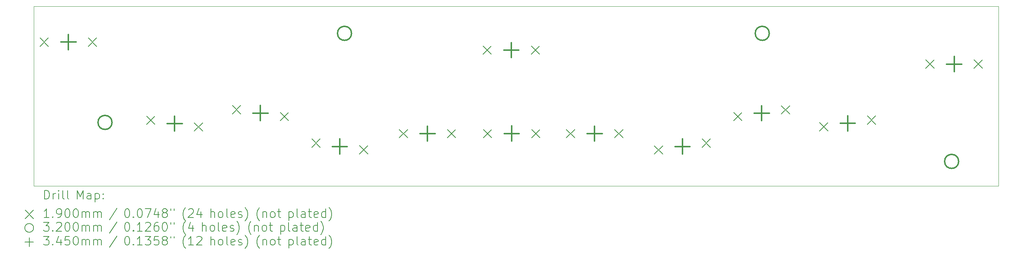
<source format=gbr>
%TF.GenerationSoftware,KiCad,Pcbnew,(7.0.0)*%
%TF.CreationDate,2023-05-23T21:59:02+07:00*%
%TF.ProjectId,top_keyboard_pcb,746f705f-6b65-4796-926f-6172645f7063,rev?*%
%TF.SameCoordinates,Original*%
%TF.FileFunction,Drillmap*%
%TF.FilePolarity,Positive*%
%FSLAX45Y45*%
G04 Gerber Fmt 4.5, Leading zero omitted, Abs format (unit mm)*
G04 Created by KiCad (PCBNEW (7.0.0)) date 2023-05-23 21:59:02*
%MOMM*%
%LPD*%
G01*
G04 APERTURE LIST*
%ADD10C,0.100000*%
%ADD11C,0.200000*%
%ADD12C,0.190000*%
%ADD13C,0.320000*%
%ADD14C,0.345000*%
G04 APERTURE END LIST*
D10*
X4046453Y-6959636D02*
X26042193Y-6959636D01*
X26042193Y-6959636D02*
X26042193Y-11058065D01*
X26042193Y-11058065D02*
X4046453Y-11058065D01*
X4046453Y-11058065D02*
X4046453Y-6959636D01*
D11*
D12*
X4190818Y-7679594D02*
X4380818Y-7869594D01*
X4380818Y-7679594D02*
X4190818Y-7869594D01*
X5290818Y-7679594D02*
X5480818Y-7869594D01*
X5480818Y-7679594D02*
X5290818Y-7869594D01*
X6616933Y-9461495D02*
X6806933Y-9651495D01*
X6806933Y-9461495D02*
X6616933Y-9651495D01*
X7706228Y-9614585D02*
X7896228Y-9804585D01*
X7896228Y-9614585D02*
X7706228Y-9804585D01*
X8575232Y-9222920D02*
X8765232Y-9412920D01*
X8765232Y-9222920D02*
X8575232Y-9412920D01*
X9664527Y-9376011D02*
X9854527Y-9566011D01*
X9854527Y-9376011D02*
X9664527Y-9566011D01*
X10384363Y-9983924D02*
X10574363Y-10173924D01*
X10574363Y-9983924D02*
X10384363Y-10173924D01*
X11473658Y-10137014D02*
X11663658Y-10327014D01*
X11663658Y-10137014D02*
X11473658Y-10327014D01*
X12378405Y-9767008D02*
X12568405Y-9957008D01*
X12568405Y-9767008D02*
X12378405Y-9957008D01*
X13478405Y-9767008D02*
X13668405Y-9957008D01*
X13668405Y-9767008D02*
X13478405Y-9957008D01*
X14288729Y-7862544D02*
X14478729Y-8052544D01*
X14478729Y-7862544D02*
X14288729Y-8052544D01*
X14299000Y-9766000D02*
X14489000Y-9956000D01*
X14489000Y-9766000D02*
X14299000Y-9956000D01*
X15388729Y-7862544D02*
X15578729Y-8052544D01*
X15578729Y-7862544D02*
X15388729Y-8052544D01*
X15399000Y-9766000D02*
X15589000Y-9956000D01*
X15589000Y-9766000D02*
X15399000Y-9956000D01*
X16189929Y-9768287D02*
X16379929Y-9958287D01*
X16379929Y-9768287D02*
X16189929Y-9958287D01*
X17289929Y-9768287D02*
X17479929Y-9958287D01*
X17479929Y-9768287D02*
X17289929Y-9958287D01*
X18197229Y-10138204D02*
X18387229Y-10328204D01*
X18387229Y-10138204D02*
X18197229Y-10328204D01*
X19286524Y-9985113D02*
X19476524Y-10175113D01*
X19476524Y-9985113D02*
X19286524Y-10175113D01*
X20003106Y-9379404D02*
X20193106Y-9569404D01*
X20193106Y-9379404D02*
X20003106Y-9569404D01*
X21092400Y-9226314D02*
X21282400Y-9416314D01*
X21282400Y-9226314D02*
X21092400Y-9416314D01*
X21964718Y-9611352D02*
X22154718Y-9801352D01*
X22154718Y-9611352D02*
X21964718Y-9801352D01*
X23054013Y-9458261D02*
X23244013Y-9648261D01*
X23244013Y-9458261D02*
X23054013Y-9648261D01*
X24386801Y-8180587D02*
X24576801Y-8370587D01*
X24576801Y-8180587D02*
X24386801Y-8370587D01*
X25486801Y-8180587D02*
X25676801Y-8370587D01*
X25676801Y-8180587D02*
X25486801Y-8370587D01*
D13*
X5830000Y-9607000D02*
G75*
G03*
X5830000Y-9607000I-160000J0D01*
G01*
X11291000Y-7575000D02*
G75*
G03*
X11291000Y-7575000I-160000J0D01*
G01*
X20816000Y-7575000D02*
G75*
G03*
X20816000Y-7575000I-160000J0D01*
G01*
X25134000Y-10496000D02*
G75*
G03*
X25134000Y-10496000I-160000J0D01*
G01*
D14*
X4835818Y-7602094D02*
X4835818Y-7947094D01*
X4663318Y-7774594D02*
X5008318Y-7774594D01*
X7256580Y-9460540D02*
X7256580Y-9805540D01*
X7084080Y-9633040D02*
X7429080Y-9633040D01*
X9214879Y-9221966D02*
X9214879Y-9566966D01*
X9042379Y-9394466D02*
X9387379Y-9394466D01*
X11024010Y-9982969D02*
X11024010Y-10327969D01*
X10851510Y-10155469D02*
X11196510Y-10155469D01*
X13023405Y-9689508D02*
X13023405Y-10034508D01*
X12850905Y-9862008D02*
X13195905Y-9862008D01*
X14933729Y-7785044D02*
X14933729Y-8130044D01*
X14761229Y-7957544D02*
X15106229Y-7957544D01*
X14944000Y-9688500D02*
X14944000Y-10033500D01*
X14771500Y-9861000D02*
X15116500Y-9861000D01*
X16834929Y-9690787D02*
X16834929Y-10035787D01*
X16662429Y-9863287D02*
X17007429Y-9863287D01*
X18836877Y-9984159D02*
X18836877Y-10329159D01*
X18664377Y-10156659D02*
X19009377Y-10156659D01*
X20642753Y-9225359D02*
X20642753Y-9570359D01*
X20470253Y-9397859D02*
X20815253Y-9397859D01*
X22604365Y-9457307D02*
X22604365Y-9802307D01*
X22431865Y-9629807D02*
X22776865Y-9629807D01*
X25031801Y-8103087D02*
X25031801Y-8448087D01*
X24859301Y-8275587D02*
X25204301Y-8275587D01*
D11*
X4289072Y-11356541D02*
X4289072Y-11156541D01*
X4289072Y-11156541D02*
X4336691Y-11156541D01*
X4336691Y-11156541D02*
X4365262Y-11166065D01*
X4365262Y-11166065D02*
X4384310Y-11185112D01*
X4384310Y-11185112D02*
X4393834Y-11204160D01*
X4393834Y-11204160D02*
X4403358Y-11242255D01*
X4403358Y-11242255D02*
X4403358Y-11270826D01*
X4403358Y-11270826D02*
X4393834Y-11308922D01*
X4393834Y-11308922D02*
X4384310Y-11327969D01*
X4384310Y-11327969D02*
X4365262Y-11347017D01*
X4365262Y-11347017D02*
X4336691Y-11356541D01*
X4336691Y-11356541D02*
X4289072Y-11356541D01*
X4489072Y-11356541D02*
X4489072Y-11223207D01*
X4489072Y-11261303D02*
X4498596Y-11242255D01*
X4498596Y-11242255D02*
X4508120Y-11232731D01*
X4508120Y-11232731D02*
X4527167Y-11223207D01*
X4527167Y-11223207D02*
X4546215Y-11223207D01*
X4612881Y-11356541D02*
X4612881Y-11223207D01*
X4612881Y-11156541D02*
X4603358Y-11166065D01*
X4603358Y-11166065D02*
X4612881Y-11175588D01*
X4612881Y-11175588D02*
X4622405Y-11166065D01*
X4622405Y-11166065D02*
X4612881Y-11156541D01*
X4612881Y-11156541D02*
X4612881Y-11175588D01*
X4736691Y-11356541D02*
X4717643Y-11347017D01*
X4717643Y-11347017D02*
X4708120Y-11327969D01*
X4708120Y-11327969D02*
X4708120Y-11156541D01*
X4841453Y-11356541D02*
X4822405Y-11347017D01*
X4822405Y-11347017D02*
X4812881Y-11327969D01*
X4812881Y-11327969D02*
X4812881Y-11156541D01*
X5037643Y-11356541D02*
X5037643Y-11156541D01*
X5037643Y-11156541D02*
X5104310Y-11299398D01*
X5104310Y-11299398D02*
X5170977Y-11156541D01*
X5170977Y-11156541D02*
X5170977Y-11356541D01*
X5351929Y-11356541D02*
X5351929Y-11251779D01*
X5351929Y-11251779D02*
X5342405Y-11232731D01*
X5342405Y-11232731D02*
X5323358Y-11223207D01*
X5323358Y-11223207D02*
X5285262Y-11223207D01*
X5285262Y-11223207D02*
X5266215Y-11232731D01*
X5351929Y-11347017D02*
X5332881Y-11356541D01*
X5332881Y-11356541D02*
X5285262Y-11356541D01*
X5285262Y-11356541D02*
X5266215Y-11347017D01*
X5266215Y-11347017D02*
X5256691Y-11327969D01*
X5256691Y-11327969D02*
X5256691Y-11308922D01*
X5256691Y-11308922D02*
X5266215Y-11289874D01*
X5266215Y-11289874D02*
X5285262Y-11280350D01*
X5285262Y-11280350D02*
X5332881Y-11280350D01*
X5332881Y-11280350D02*
X5351929Y-11270826D01*
X5447167Y-11223207D02*
X5447167Y-11423207D01*
X5447167Y-11232731D02*
X5466215Y-11223207D01*
X5466215Y-11223207D02*
X5504310Y-11223207D01*
X5504310Y-11223207D02*
X5523358Y-11232731D01*
X5523358Y-11232731D02*
X5532881Y-11242255D01*
X5532881Y-11242255D02*
X5542405Y-11261303D01*
X5542405Y-11261303D02*
X5542405Y-11318445D01*
X5542405Y-11318445D02*
X5532881Y-11337493D01*
X5532881Y-11337493D02*
X5523358Y-11347017D01*
X5523358Y-11347017D02*
X5504310Y-11356541D01*
X5504310Y-11356541D02*
X5466215Y-11356541D01*
X5466215Y-11356541D02*
X5447167Y-11347017D01*
X5628119Y-11337493D02*
X5637643Y-11347017D01*
X5637643Y-11347017D02*
X5628119Y-11356541D01*
X5628119Y-11356541D02*
X5618596Y-11347017D01*
X5618596Y-11347017D02*
X5628119Y-11337493D01*
X5628119Y-11337493D02*
X5628119Y-11356541D01*
X5628119Y-11232731D02*
X5637643Y-11242255D01*
X5637643Y-11242255D02*
X5628119Y-11251779D01*
X5628119Y-11251779D02*
X5618596Y-11242255D01*
X5618596Y-11242255D02*
X5628119Y-11232731D01*
X5628119Y-11232731D02*
X5628119Y-11251779D01*
D12*
X3851453Y-11608065D02*
X4041453Y-11798065D01*
X4041453Y-11608065D02*
X3851453Y-11798065D01*
D11*
X4393834Y-11776541D02*
X4279548Y-11776541D01*
X4336691Y-11776541D02*
X4336691Y-11576541D01*
X4336691Y-11576541D02*
X4317643Y-11605112D01*
X4317643Y-11605112D02*
X4298596Y-11624160D01*
X4298596Y-11624160D02*
X4279548Y-11633684D01*
X4479548Y-11757493D02*
X4489072Y-11767017D01*
X4489072Y-11767017D02*
X4479548Y-11776541D01*
X4479548Y-11776541D02*
X4470024Y-11767017D01*
X4470024Y-11767017D02*
X4479548Y-11757493D01*
X4479548Y-11757493D02*
X4479548Y-11776541D01*
X4584310Y-11776541D02*
X4622405Y-11776541D01*
X4622405Y-11776541D02*
X4641453Y-11767017D01*
X4641453Y-11767017D02*
X4650977Y-11757493D01*
X4650977Y-11757493D02*
X4670024Y-11728922D01*
X4670024Y-11728922D02*
X4679548Y-11690826D01*
X4679548Y-11690826D02*
X4679548Y-11614636D01*
X4679548Y-11614636D02*
X4670024Y-11595588D01*
X4670024Y-11595588D02*
X4660501Y-11586065D01*
X4660501Y-11586065D02*
X4641453Y-11576541D01*
X4641453Y-11576541D02*
X4603358Y-11576541D01*
X4603358Y-11576541D02*
X4584310Y-11586065D01*
X4584310Y-11586065D02*
X4574786Y-11595588D01*
X4574786Y-11595588D02*
X4565262Y-11614636D01*
X4565262Y-11614636D02*
X4565262Y-11662255D01*
X4565262Y-11662255D02*
X4574786Y-11681303D01*
X4574786Y-11681303D02*
X4584310Y-11690826D01*
X4584310Y-11690826D02*
X4603358Y-11700350D01*
X4603358Y-11700350D02*
X4641453Y-11700350D01*
X4641453Y-11700350D02*
X4660501Y-11690826D01*
X4660501Y-11690826D02*
X4670024Y-11681303D01*
X4670024Y-11681303D02*
X4679548Y-11662255D01*
X4803358Y-11576541D02*
X4822405Y-11576541D01*
X4822405Y-11576541D02*
X4841453Y-11586065D01*
X4841453Y-11586065D02*
X4850977Y-11595588D01*
X4850977Y-11595588D02*
X4860501Y-11614636D01*
X4860501Y-11614636D02*
X4870024Y-11652731D01*
X4870024Y-11652731D02*
X4870024Y-11700350D01*
X4870024Y-11700350D02*
X4860501Y-11738445D01*
X4860501Y-11738445D02*
X4850977Y-11757493D01*
X4850977Y-11757493D02*
X4841453Y-11767017D01*
X4841453Y-11767017D02*
X4822405Y-11776541D01*
X4822405Y-11776541D02*
X4803358Y-11776541D01*
X4803358Y-11776541D02*
X4784310Y-11767017D01*
X4784310Y-11767017D02*
X4774786Y-11757493D01*
X4774786Y-11757493D02*
X4765262Y-11738445D01*
X4765262Y-11738445D02*
X4755739Y-11700350D01*
X4755739Y-11700350D02*
X4755739Y-11652731D01*
X4755739Y-11652731D02*
X4765262Y-11614636D01*
X4765262Y-11614636D02*
X4774786Y-11595588D01*
X4774786Y-11595588D02*
X4784310Y-11586065D01*
X4784310Y-11586065D02*
X4803358Y-11576541D01*
X4993834Y-11576541D02*
X5012882Y-11576541D01*
X5012882Y-11576541D02*
X5031929Y-11586065D01*
X5031929Y-11586065D02*
X5041453Y-11595588D01*
X5041453Y-11595588D02*
X5050977Y-11614636D01*
X5050977Y-11614636D02*
X5060501Y-11652731D01*
X5060501Y-11652731D02*
X5060501Y-11700350D01*
X5060501Y-11700350D02*
X5050977Y-11738445D01*
X5050977Y-11738445D02*
X5041453Y-11757493D01*
X5041453Y-11757493D02*
X5031929Y-11767017D01*
X5031929Y-11767017D02*
X5012882Y-11776541D01*
X5012882Y-11776541D02*
X4993834Y-11776541D01*
X4993834Y-11776541D02*
X4974786Y-11767017D01*
X4974786Y-11767017D02*
X4965262Y-11757493D01*
X4965262Y-11757493D02*
X4955739Y-11738445D01*
X4955739Y-11738445D02*
X4946215Y-11700350D01*
X4946215Y-11700350D02*
X4946215Y-11652731D01*
X4946215Y-11652731D02*
X4955739Y-11614636D01*
X4955739Y-11614636D02*
X4965262Y-11595588D01*
X4965262Y-11595588D02*
X4974786Y-11586065D01*
X4974786Y-11586065D02*
X4993834Y-11576541D01*
X5146215Y-11776541D02*
X5146215Y-11643207D01*
X5146215Y-11662255D02*
X5155739Y-11652731D01*
X5155739Y-11652731D02*
X5174786Y-11643207D01*
X5174786Y-11643207D02*
X5203358Y-11643207D01*
X5203358Y-11643207D02*
X5222405Y-11652731D01*
X5222405Y-11652731D02*
X5231929Y-11671779D01*
X5231929Y-11671779D02*
X5231929Y-11776541D01*
X5231929Y-11671779D02*
X5241453Y-11652731D01*
X5241453Y-11652731D02*
X5260501Y-11643207D01*
X5260501Y-11643207D02*
X5289072Y-11643207D01*
X5289072Y-11643207D02*
X5308120Y-11652731D01*
X5308120Y-11652731D02*
X5317643Y-11671779D01*
X5317643Y-11671779D02*
X5317643Y-11776541D01*
X5412882Y-11776541D02*
X5412882Y-11643207D01*
X5412882Y-11662255D02*
X5422405Y-11652731D01*
X5422405Y-11652731D02*
X5441453Y-11643207D01*
X5441453Y-11643207D02*
X5470024Y-11643207D01*
X5470024Y-11643207D02*
X5489072Y-11652731D01*
X5489072Y-11652731D02*
X5498596Y-11671779D01*
X5498596Y-11671779D02*
X5498596Y-11776541D01*
X5498596Y-11671779D02*
X5508120Y-11652731D01*
X5508120Y-11652731D02*
X5527167Y-11643207D01*
X5527167Y-11643207D02*
X5555739Y-11643207D01*
X5555739Y-11643207D02*
X5574786Y-11652731D01*
X5574786Y-11652731D02*
X5584310Y-11671779D01*
X5584310Y-11671779D02*
X5584310Y-11776541D01*
X5942405Y-11567017D02*
X5770977Y-11824160D01*
X6167167Y-11576541D02*
X6186215Y-11576541D01*
X6186215Y-11576541D02*
X6205262Y-11586065D01*
X6205262Y-11586065D02*
X6214786Y-11595588D01*
X6214786Y-11595588D02*
X6224310Y-11614636D01*
X6224310Y-11614636D02*
X6233834Y-11652731D01*
X6233834Y-11652731D02*
X6233834Y-11700350D01*
X6233834Y-11700350D02*
X6224310Y-11738445D01*
X6224310Y-11738445D02*
X6214786Y-11757493D01*
X6214786Y-11757493D02*
X6205262Y-11767017D01*
X6205262Y-11767017D02*
X6186215Y-11776541D01*
X6186215Y-11776541D02*
X6167167Y-11776541D01*
X6167167Y-11776541D02*
X6148120Y-11767017D01*
X6148120Y-11767017D02*
X6138596Y-11757493D01*
X6138596Y-11757493D02*
X6129072Y-11738445D01*
X6129072Y-11738445D02*
X6119548Y-11700350D01*
X6119548Y-11700350D02*
X6119548Y-11652731D01*
X6119548Y-11652731D02*
X6129072Y-11614636D01*
X6129072Y-11614636D02*
X6138596Y-11595588D01*
X6138596Y-11595588D02*
X6148120Y-11586065D01*
X6148120Y-11586065D02*
X6167167Y-11576541D01*
X6319548Y-11757493D02*
X6329072Y-11767017D01*
X6329072Y-11767017D02*
X6319548Y-11776541D01*
X6319548Y-11776541D02*
X6310024Y-11767017D01*
X6310024Y-11767017D02*
X6319548Y-11757493D01*
X6319548Y-11757493D02*
X6319548Y-11776541D01*
X6452881Y-11576541D02*
X6471929Y-11576541D01*
X6471929Y-11576541D02*
X6490977Y-11586065D01*
X6490977Y-11586065D02*
X6500501Y-11595588D01*
X6500501Y-11595588D02*
X6510024Y-11614636D01*
X6510024Y-11614636D02*
X6519548Y-11652731D01*
X6519548Y-11652731D02*
X6519548Y-11700350D01*
X6519548Y-11700350D02*
X6510024Y-11738445D01*
X6510024Y-11738445D02*
X6500501Y-11757493D01*
X6500501Y-11757493D02*
X6490977Y-11767017D01*
X6490977Y-11767017D02*
X6471929Y-11776541D01*
X6471929Y-11776541D02*
X6452881Y-11776541D01*
X6452881Y-11776541D02*
X6433834Y-11767017D01*
X6433834Y-11767017D02*
X6424310Y-11757493D01*
X6424310Y-11757493D02*
X6414786Y-11738445D01*
X6414786Y-11738445D02*
X6405262Y-11700350D01*
X6405262Y-11700350D02*
X6405262Y-11652731D01*
X6405262Y-11652731D02*
X6414786Y-11614636D01*
X6414786Y-11614636D02*
X6424310Y-11595588D01*
X6424310Y-11595588D02*
X6433834Y-11586065D01*
X6433834Y-11586065D02*
X6452881Y-11576541D01*
X6586215Y-11576541D02*
X6719548Y-11576541D01*
X6719548Y-11576541D02*
X6633834Y-11776541D01*
X6881453Y-11643207D02*
X6881453Y-11776541D01*
X6833834Y-11567017D02*
X6786215Y-11709874D01*
X6786215Y-11709874D02*
X6910024Y-11709874D01*
X7014786Y-11662255D02*
X6995739Y-11652731D01*
X6995739Y-11652731D02*
X6986215Y-11643207D01*
X6986215Y-11643207D02*
X6976691Y-11624160D01*
X6976691Y-11624160D02*
X6976691Y-11614636D01*
X6976691Y-11614636D02*
X6986215Y-11595588D01*
X6986215Y-11595588D02*
X6995739Y-11586065D01*
X6995739Y-11586065D02*
X7014786Y-11576541D01*
X7014786Y-11576541D02*
X7052882Y-11576541D01*
X7052882Y-11576541D02*
X7071929Y-11586065D01*
X7071929Y-11586065D02*
X7081453Y-11595588D01*
X7081453Y-11595588D02*
X7090977Y-11614636D01*
X7090977Y-11614636D02*
X7090977Y-11624160D01*
X7090977Y-11624160D02*
X7081453Y-11643207D01*
X7081453Y-11643207D02*
X7071929Y-11652731D01*
X7071929Y-11652731D02*
X7052882Y-11662255D01*
X7052882Y-11662255D02*
X7014786Y-11662255D01*
X7014786Y-11662255D02*
X6995739Y-11671779D01*
X6995739Y-11671779D02*
X6986215Y-11681303D01*
X6986215Y-11681303D02*
X6976691Y-11700350D01*
X6976691Y-11700350D02*
X6976691Y-11738445D01*
X6976691Y-11738445D02*
X6986215Y-11757493D01*
X6986215Y-11757493D02*
X6995739Y-11767017D01*
X6995739Y-11767017D02*
X7014786Y-11776541D01*
X7014786Y-11776541D02*
X7052882Y-11776541D01*
X7052882Y-11776541D02*
X7071929Y-11767017D01*
X7071929Y-11767017D02*
X7081453Y-11757493D01*
X7081453Y-11757493D02*
X7090977Y-11738445D01*
X7090977Y-11738445D02*
X7090977Y-11700350D01*
X7090977Y-11700350D02*
X7081453Y-11681303D01*
X7081453Y-11681303D02*
X7071929Y-11671779D01*
X7071929Y-11671779D02*
X7052882Y-11662255D01*
X7167167Y-11576541D02*
X7167167Y-11614636D01*
X7243358Y-11576541D02*
X7243358Y-11614636D01*
X7506215Y-11852731D02*
X7496691Y-11843207D01*
X7496691Y-11843207D02*
X7477643Y-11814636D01*
X7477643Y-11814636D02*
X7468120Y-11795588D01*
X7468120Y-11795588D02*
X7458596Y-11767017D01*
X7458596Y-11767017D02*
X7449072Y-11719398D01*
X7449072Y-11719398D02*
X7449072Y-11681303D01*
X7449072Y-11681303D02*
X7458596Y-11633684D01*
X7458596Y-11633684D02*
X7468120Y-11605112D01*
X7468120Y-11605112D02*
X7477643Y-11586065D01*
X7477643Y-11586065D02*
X7496691Y-11557493D01*
X7496691Y-11557493D02*
X7506215Y-11547969D01*
X7572882Y-11595588D02*
X7582405Y-11586065D01*
X7582405Y-11586065D02*
X7601453Y-11576541D01*
X7601453Y-11576541D02*
X7649072Y-11576541D01*
X7649072Y-11576541D02*
X7668120Y-11586065D01*
X7668120Y-11586065D02*
X7677643Y-11595588D01*
X7677643Y-11595588D02*
X7687167Y-11614636D01*
X7687167Y-11614636D02*
X7687167Y-11633684D01*
X7687167Y-11633684D02*
X7677643Y-11662255D01*
X7677643Y-11662255D02*
X7563358Y-11776541D01*
X7563358Y-11776541D02*
X7687167Y-11776541D01*
X7858596Y-11643207D02*
X7858596Y-11776541D01*
X7810977Y-11567017D02*
X7763358Y-11709874D01*
X7763358Y-11709874D02*
X7887167Y-11709874D01*
X8083358Y-11776541D02*
X8083358Y-11576541D01*
X8169072Y-11776541D02*
X8169072Y-11671779D01*
X8169072Y-11671779D02*
X8159548Y-11652731D01*
X8159548Y-11652731D02*
X8140501Y-11643207D01*
X8140501Y-11643207D02*
X8111929Y-11643207D01*
X8111929Y-11643207D02*
X8092882Y-11652731D01*
X8092882Y-11652731D02*
X8083358Y-11662255D01*
X8292882Y-11776541D02*
X8273834Y-11767017D01*
X8273834Y-11767017D02*
X8264310Y-11757493D01*
X8264310Y-11757493D02*
X8254786Y-11738445D01*
X8254786Y-11738445D02*
X8254786Y-11681303D01*
X8254786Y-11681303D02*
X8264310Y-11662255D01*
X8264310Y-11662255D02*
X8273834Y-11652731D01*
X8273834Y-11652731D02*
X8292882Y-11643207D01*
X8292882Y-11643207D02*
X8321453Y-11643207D01*
X8321453Y-11643207D02*
X8340501Y-11652731D01*
X8340501Y-11652731D02*
X8350024Y-11662255D01*
X8350024Y-11662255D02*
X8359548Y-11681303D01*
X8359548Y-11681303D02*
X8359548Y-11738445D01*
X8359548Y-11738445D02*
X8350024Y-11757493D01*
X8350024Y-11757493D02*
X8340501Y-11767017D01*
X8340501Y-11767017D02*
X8321453Y-11776541D01*
X8321453Y-11776541D02*
X8292882Y-11776541D01*
X8473834Y-11776541D02*
X8454786Y-11767017D01*
X8454786Y-11767017D02*
X8445263Y-11747969D01*
X8445263Y-11747969D02*
X8445263Y-11576541D01*
X8626215Y-11767017D02*
X8607167Y-11776541D01*
X8607167Y-11776541D02*
X8569072Y-11776541D01*
X8569072Y-11776541D02*
X8550025Y-11767017D01*
X8550025Y-11767017D02*
X8540501Y-11747969D01*
X8540501Y-11747969D02*
X8540501Y-11671779D01*
X8540501Y-11671779D02*
X8550025Y-11652731D01*
X8550025Y-11652731D02*
X8569072Y-11643207D01*
X8569072Y-11643207D02*
X8607167Y-11643207D01*
X8607167Y-11643207D02*
X8626215Y-11652731D01*
X8626215Y-11652731D02*
X8635739Y-11671779D01*
X8635739Y-11671779D02*
X8635739Y-11690826D01*
X8635739Y-11690826D02*
X8540501Y-11709874D01*
X8711929Y-11767017D02*
X8730977Y-11776541D01*
X8730977Y-11776541D02*
X8769072Y-11776541D01*
X8769072Y-11776541D02*
X8788120Y-11767017D01*
X8788120Y-11767017D02*
X8797644Y-11747969D01*
X8797644Y-11747969D02*
X8797644Y-11738445D01*
X8797644Y-11738445D02*
X8788120Y-11719398D01*
X8788120Y-11719398D02*
X8769072Y-11709874D01*
X8769072Y-11709874D02*
X8740501Y-11709874D01*
X8740501Y-11709874D02*
X8721453Y-11700350D01*
X8721453Y-11700350D02*
X8711929Y-11681303D01*
X8711929Y-11681303D02*
X8711929Y-11671779D01*
X8711929Y-11671779D02*
X8721453Y-11652731D01*
X8721453Y-11652731D02*
X8740501Y-11643207D01*
X8740501Y-11643207D02*
X8769072Y-11643207D01*
X8769072Y-11643207D02*
X8788120Y-11652731D01*
X8864310Y-11852731D02*
X8873834Y-11843207D01*
X8873834Y-11843207D02*
X8892882Y-11814636D01*
X8892882Y-11814636D02*
X8902406Y-11795588D01*
X8902406Y-11795588D02*
X8911929Y-11767017D01*
X8911929Y-11767017D02*
X8921453Y-11719398D01*
X8921453Y-11719398D02*
X8921453Y-11681303D01*
X8921453Y-11681303D02*
X8911929Y-11633684D01*
X8911929Y-11633684D02*
X8902406Y-11605112D01*
X8902406Y-11605112D02*
X8892882Y-11586065D01*
X8892882Y-11586065D02*
X8873834Y-11557493D01*
X8873834Y-11557493D02*
X8864310Y-11547969D01*
X9193834Y-11852731D02*
X9184310Y-11843207D01*
X9184310Y-11843207D02*
X9165263Y-11814636D01*
X9165263Y-11814636D02*
X9155739Y-11795588D01*
X9155739Y-11795588D02*
X9146215Y-11767017D01*
X9146215Y-11767017D02*
X9136691Y-11719398D01*
X9136691Y-11719398D02*
X9136691Y-11681303D01*
X9136691Y-11681303D02*
X9146215Y-11633684D01*
X9146215Y-11633684D02*
X9155739Y-11605112D01*
X9155739Y-11605112D02*
X9165263Y-11586065D01*
X9165263Y-11586065D02*
X9184310Y-11557493D01*
X9184310Y-11557493D02*
X9193834Y-11547969D01*
X9270025Y-11643207D02*
X9270025Y-11776541D01*
X9270025Y-11662255D02*
X9279548Y-11652731D01*
X9279548Y-11652731D02*
X9298596Y-11643207D01*
X9298596Y-11643207D02*
X9327167Y-11643207D01*
X9327167Y-11643207D02*
X9346215Y-11652731D01*
X9346215Y-11652731D02*
X9355739Y-11671779D01*
X9355739Y-11671779D02*
X9355739Y-11776541D01*
X9479548Y-11776541D02*
X9460501Y-11767017D01*
X9460501Y-11767017D02*
X9450977Y-11757493D01*
X9450977Y-11757493D02*
X9441453Y-11738445D01*
X9441453Y-11738445D02*
X9441453Y-11681303D01*
X9441453Y-11681303D02*
X9450977Y-11662255D01*
X9450977Y-11662255D02*
X9460501Y-11652731D01*
X9460501Y-11652731D02*
X9479548Y-11643207D01*
X9479548Y-11643207D02*
X9508120Y-11643207D01*
X9508120Y-11643207D02*
X9527167Y-11652731D01*
X9527167Y-11652731D02*
X9536691Y-11662255D01*
X9536691Y-11662255D02*
X9546215Y-11681303D01*
X9546215Y-11681303D02*
X9546215Y-11738445D01*
X9546215Y-11738445D02*
X9536691Y-11757493D01*
X9536691Y-11757493D02*
X9527167Y-11767017D01*
X9527167Y-11767017D02*
X9508120Y-11776541D01*
X9508120Y-11776541D02*
X9479548Y-11776541D01*
X9603358Y-11643207D02*
X9679548Y-11643207D01*
X9631929Y-11576541D02*
X9631929Y-11747969D01*
X9631929Y-11747969D02*
X9641453Y-11767017D01*
X9641453Y-11767017D02*
X9660501Y-11776541D01*
X9660501Y-11776541D02*
X9679548Y-11776541D01*
X9866215Y-11643207D02*
X9866215Y-11843207D01*
X9866215Y-11652731D02*
X9885263Y-11643207D01*
X9885263Y-11643207D02*
X9923358Y-11643207D01*
X9923358Y-11643207D02*
X9942406Y-11652731D01*
X9942406Y-11652731D02*
X9951929Y-11662255D01*
X9951929Y-11662255D02*
X9961453Y-11681303D01*
X9961453Y-11681303D02*
X9961453Y-11738445D01*
X9961453Y-11738445D02*
X9951929Y-11757493D01*
X9951929Y-11757493D02*
X9942406Y-11767017D01*
X9942406Y-11767017D02*
X9923358Y-11776541D01*
X9923358Y-11776541D02*
X9885263Y-11776541D01*
X9885263Y-11776541D02*
X9866215Y-11767017D01*
X10075739Y-11776541D02*
X10056691Y-11767017D01*
X10056691Y-11767017D02*
X10047167Y-11747969D01*
X10047167Y-11747969D02*
X10047167Y-11576541D01*
X10237644Y-11776541D02*
X10237644Y-11671779D01*
X10237644Y-11671779D02*
X10228120Y-11652731D01*
X10228120Y-11652731D02*
X10209072Y-11643207D01*
X10209072Y-11643207D02*
X10170977Y-11643207D01*
X10170977Y-11643207D02*
X10151929Y-11652731D01*
X10237644Y-11767017D02*
X10218596Y-11776541D01*
X10218596Y-11776541D02*
X10170977Y-11776541D01*
X10170977Y-11776541D02*
X10151929Y-11767017D01*
X10151929Y-11767017D02*
X10142406Y-11747969D01*
X10142406Y-11747969D02*
X10142406Y-11728922D01*
X10142406Y-11728922D02*
X10151929Y-11709874D01*
X10151929Y-11709874D02*
X10170977Y-11700350D01*
X10170977Y-11700350D02*
X10218596Y-11700350D01*
X10218596Y-11700350D02*
X10237644Y-11690826D01*
X10304310Y-11643207D02*
X10380501Y-11643207D01*
X10332882Y-11576541D02*
X10332882Y-11747969D01*
X10332882Y-11747969D02*
X10342406Y-11767017D01*
X10342406Y-11767017D02*
X10361453Y-11776541D01*
X10361453Y-11776541D02*
X10380501Y-11776541D01*
X10523358Y-11767017D02*
X10504310Y-11776541D01*
X10504310Y-11776541D02*
X10466215Y-11776541D01*
X10466215Y-11776541D02*
X10447167Y-11767017D01*
X10447167Y-11767017D02*
X10437644Y-11747969D01*
X10437644Y-11747969D02*
X10437644Y-11671779D01*
X10437644Y-11671779D02*
X10447167Y-11652731D01*
X10447167Y-11652731D02*
X10466215Y-11643207D01*
X10466215Y-11643207D02*
X10504310Y-11643207D01*
X10504310Y-11643207D02*
X10523358Y-11652731D01*
X10523358Y-11652731D02*
X10532882Y-11671779D01*
X10532882Y-11671779D02*
X10532882Y-11690826D01*
X10532882Y-11690826D02*
X10437644Y-11709874D01*
X10704310Y-11776541D02*
X10704310Y-11576541D01*
X10704310Y-11767017D02*
X10685263Y-11776541D01*
X10685263Y-11776541D02*
X10647167Y-11776541D01*
X10647167Y-11776541D02*
X10628120Y-11767017D01*
X10628120Y-11767017D02*
X10618596Y-11757493D01*
X10618596Y-11757493D02*
X10609072Y-11738445D01*
X10609072Y-11738445D02*
X10609072Y-11681303D01*
X10609072Y-11681303D02*
X10618596Y-11662255D01*
X10618596Y-11662255D02*
X10628120Y-11652731D01*
X10628120Y-11652731D02*
X10647167Y-11643207D01*
X10647167Y-11643207D02*
X10685263Y-11643207D01*
X10685263Y-11643207D02*
X10704310Y-11652731D01*
X10780501Y-11852731D02*
X10790025Y-11843207D01*
X10790025Y-11843207D02*
X10809072Y-11814636D01*
X10809072Y-11814636D02*
X10818596Y-11795588D01*
X10818596Y-11795588D02*
X10828120Y-11767017D01*
X10828120Y-11767017D02*
X10837644Y-11719398D01*
X10837644Y-11719398D02*
X10837644Y-11681303D01*
X10837644Y-11681303D02*
X10828120Y-11633684D01*
X10828120Y-11633684D02*
X10818596Y-11605112D01*
X10818596Y-11605112D02*
X10809072Y-11586065D01*
X10809072Y-11586065D02*
X10790025Y-11557493D01*
X10790025Y-11557493D02*
X10780501Y-11547969D01*
X4041453Y-12013065D02*
G75*
G03*
X4041453Y-12013065I-100000J0D01*
G01*
X4270024Y-11886541D02*
X4393834Y-11886541D01*
X4393834Y-11886541D02*
X4327167Y-11962731D01*
X4327167Y-11962731D02*
X4355739Y-11962731D01*
X4355739Y-11962731D02*
X4374786Y-11972255D01*
X4374786Y-11972255D02*
X4384310Y-11981779D01*
X4384310Y-11981779D02*
X4393834Y-12000826D01*
X4393834Y-12000826D02*
X4393834Y-12048445D01*
X4393834Y-12048445D02*
X4384310Y-12067493D01*
X4384310Y-12067493D02*
X4374786Y-12077017D01*
X4374786Y-12077017D02*
X4355739Y-12086541D01*
X4355739Y-12086541D02*
X4298596Y-12086541D01*
X4298596Y-12086541D02*
X4279548Y-12077017D01*
X4279548Y-12077017D02*
X4270024Y-12067493D01*
X4479548Y-12067493D02*
X4489072Y-12077017D01*
X4489072Y-12077017D02*
X4479548Y-12086541D01*
X4479548Y-12086541D02*
X4470024Y-12077017D01*
X4470024Y-12077017D02*
X4479548Y-12067493D01*
X4479548Y-12067493D02*
X4479548Y-12086541D01*
X4565262Y-11905588D02*
X4574786Y-11896065D01*
X4574786Y-11896065D02*
X4593834Y-11886541D01*
X4593834Y-11886541D02*
X4641453Y-11886541D01*
X4641453Y-11886541D02*
X4660501Y-11896065D01*
X4660501Y-11896065D02*
X4670024Y-11905588D01*
X4670024Y-11905588D02*
X4679548Y-11924636D01*
X4679548Y-11924636D02*
X4679548Y-11943684D01*
X4679548Y-11943684D02*
X4670024Y-11972255D01*
X4670024Y-11972255D02*
X4555739Y-12086541D01*
X4555739Y-12086541D02*
X4679548Y-12086541D01*
X4803358Y-11886541D02*
X4822405Y-11886541D01*
X4822405Y-11886541D02*
X4841453Y-11896065D01*
X4841453Y-11896065D02*
X4850977Y-11905588D01*
X4850977Y-11905588D02*
X4860501Y-11924636D01*
X4860501Y-11924636D02*
X4870024Y-11962731D01*
X4870024Y-11962731D02*
X4870024Y-12010350D01*
X4870024Y-12010350D02*
X4860501Y-12048445D01*
X4860501Y-12048445D02*
X4850977Y-12067493D01*
X4850977Y-12067493D02*
X4841453Y-12077017D01*
X4841453Y-12077017D02*
X4822405Y-12086541D01*
X4822405Y-12086541D02*
X4803358Y-12086541D01*
X4803358Y-12086541D02*
X4784310Y-12077017D01*
X4784310Y-12077017D02*
X4774786Y-12067493D01*
X4774786Y-12067493D02*
X4765262Y-12048445D01*
X4765262Y-12048445D02*
X4755739Y-12010350D01*
X4755739Y-12010350D02*
X4755739Y-11962731D01*
X4755739Y-11962731D02*
X4765262Y-11924636D01*
X4765262Y-11924636D02*
X4774786Y-11905588D01*
X4774786Y-11905588D02*
X4784310Y-11896065D01*
X4784310Y-11896065D02*
X4803358Y-11886541D01*
X4993834Y-11886541D02*
X5012882Y-11886541D01*
X5012882Y-11886541D02*
X5031929Y-11896065D01*
X5031929Y-11896065D02*
X5041453Y-11905588D01*
X5041453Y-11905588D02*
X5050977Y-11924636D01*
X5050977Y-11924636D02*
X5060501Y-11962731D01*
X5060501Y-11962731D02*
X5060501Y-12010350D01*
X5060501Y-12010350D02*
X5050977Y-12048445D01*
X5050977Y-12048445D02*
X5041453Y-12067493D01*
X5041453Y-12067493D02*
X5031929Y-12077017D01*
X5031929Y-12077017D02*
X5012882Y-12086541D01*
X5012882Y-12086541D02*
X4993834Y-12086541D01*
X4993834Y-12086541D02*
X4974786Y-12077017D01*
X4974786Y-12077017D02*
X4965262Y-12067493D01*
X4965262Y-12067493D02*
X4955739Y-12048445D01*
X4955739Y-12048445D02*
X4946215Y-12010350D01*
X4946215Y-12010350D02*
X4946215Y-11962731D01*
X4946215Y-11962731D02*
X4955739Y-11924636D01*
X4955739Y-11924636D02*
X4965262Y-11905588D01*
X4965262Y-11905588D02*
X4974786Y-11896065D01*
X4974786Y-11896065D02*
X4993834Y-11886541D01*
X5146215Y-12086541D02*
X5146215Y-11953207D01*
X5146215Y-11972255D02*
X5155739Y-11962731D01*
X5155739Y-11962731D02*
X5174786Y-11953207D01*
X5174786Y-11953207D02*
X5203358Y-11953207D01*
X5203358Y-11953207D02*
X5222405Y-11962731D01*
X5222405Y-11962731D02*
X5231929Y-11981779D01*
X5231929Y-11981779D02*
X5231929Y-12086541D01*
X5231929Y-11981779D02*
X5241453Y-11962731D01*
X5241453Y-11962731D02*
X5260501Y-11953207D01*
X5260501Y-11953207D02*
X5289072Y-11953207D01*
X5289072Y-11953207D02*
X5308120Y-11962731D01*
X5308120Y-11962731D02*
X5317643Y-11981779D01*
X5317643Y-11981779D02*
X5317643Y-12086541D01*
X5412882Y-12086541D02*
X5412882Y-11953207D01*
X5412882Y-11972255D02*
X5422405Y-11962731D01*
X5422405Y-11962731D02*
X5441453Y-11953207D01*
X5441453Y-11953207D02*
X5470024Y-11953207D01*
X5470024Y-11953207D02*
X5489072Y-11962731D01*
X5489072Y-11962731D02*
X5498596Y-11981779D01*
X5498596Y-11981779D02*
X5498596Y-12086541D01*
X5498596Y-11981779D02*
X5508120Y-11962731D01*
X5508120Y-11962731D02*
X5527167Y-11953207D01*
X5527167Y-11953207D02*
X5555739Y-11953207D01*
X5555739Y-11953207D02*
X5574786Y-11962731D01*
X5574786Y-11962731D02*
X5584310Y-11981779D01*
X5584310Y-11981779D02*
X5584310Y-12086541D01*
X5942405Y-11877017D02*
X5770977Y-12134160D01*
X6167167Y-11886541D02*
X6186215Y-11886541D01*
X6186215Y-11886541D02*
X6205262Y-11896065D01*
X6205262Y-11896065D02*
X6214786Y-11905588D01*
X6214786Y-11905588D02*
X6224310Y-11924636D01*
X6224310Y-11924636D02*
X6233834Y-11962731D01*
X6233834Y-11962731D02*
X6233834Y-12010350D01*
X6233834Y-12010350D02*
X6224310Y-12048445D01*
X6224310Y-12048445D02*
X6214786Y-12067493D01*
X6214786Y-12067493D02*
X6205262Y-12077017D01*
X6205262Y-12077017D02*
X6186215Y-12086541D01*
X6186215Y-12086541D02*
X6167167Y-12086541D01*
X6167167Y-12086541D02*
X6148120Y-12077017D01*
X6148120Y-12077017D02*
X6138596Y-12067493D01*
X6138596Y-12067493D02*
X6129072Y-12048445D01*
X6129072Y-12048445D02*
X6119548Y-12010350D01*
X6119548Y-12010350D02*
X6119548Y-11962731D01*
X6119548Y-11962731D02*
X6129072Y-11924636D01*
X6129072Y-11924636D02*
X6138596Y-11905588D01*
X6138596Y-11905588D02*
X6148120Y-11896065D01*
X6148120Y-11896065D02*
X6167167Y-11886541D01*
X6319548Y-12067493D02*
X6329072Y-12077017D01*
X6329072Y-12077017D02*
X6319548Y-12086541D01*
X6319548Y-12086541D02*
X6310024Y-12077017D01*
X6310024Y-12077017D02*
X6319548Y-12067493D01*
X6319548Y-12067493D02*
X6319548Y-12086541D01*
X6519548Y-12086541D02*
X6405262Y-12086541D01*
X6462405Y-12086541D02*
X6462405Y-11886541D01*
X6462405Y-11886541D02*
X6443358Y-11915112D01*
X6443358Y-11915112D02*
X6424310Y-11934160D01*
X6424310Y-11934160D02*
X6405262Y-11943684D01*
X6595739Y-11905588D02*
X6605262Y-11896065D01*
X6605262Y-11896065D02*
X6624310Y-11886541D01*
X6624310Y-11886541D02*
X6671929Y-11886541D01*
X6671929Y-11886541D02*
X6690977Y-11896065D01*
X6690977Y-11896065D02*
X6700501Y-11905588D01*
X6700501Y-11905588D02*
X6710024Y-11924636D01*
X6710024Y-11924636D02*
X6710024Y-11943684D01*
X6710024Y-11943684D02*
X6700501Y-11972255D01*
X6700501Y-11972255D02*
X6586215Y-12086541D01*
X6586215Y-12086541D02*
X6710024Y-12086541D01*
X6881453Y-11886541D02*
X6843358Y-11886541D01*
X6843358Y-11886541D02*
X6824310Y-11896065D01*
X6824310Y-11896065D02*
X6814786Y-11905588D01*
X6814786Y-11905588D02*
X6795739Y-11934160D01*
X6795739Y-11934160D02*
X6786215Y-11972255D01*
X6786215Y-11972255D02*
X6786215Y-12048445D01*
X6786215Y-12048445D02*
X6795739Y-12067493D01*
X6795739Y-12067493D02*
X6805262Y-12077017D01*
X6805262Y-12077017D02*
X6824310Y-12086541D01*
X6824310Y-12086541D02*
X6862405Y-12086541D01*
X6862405Y-12086541D02*
X6881453Y-12077017D01*
X6881453Y-12077017D02*
X6890977Y-12067493D01*
X6890977Y-12067493D02*
X6900501Y-12048445D01*
X6900501Y-12048445D02*
X6900501Y-12000826D01*
X6900501Y-12000826D02*
X6890977Y-11981779D01*
X6890977Y-11981779D02*
X6881453Y-11972255D01*
X6881453Y-11972255D02*
X6862405Y-11962731D01*
X6862405Y-11962731D02*
X6824310Y-11962731D01*
X6824310Y-11962731D02*
X6805262Y-11972255D01*
X6805262Y-11972255D02*
X6795739Y-11981779D01*
X6795739Y-11981779D02*
X6786215Y-12000826D01*
X7024310Y-11886541D02*
X7043358Y-11886541D01*
X7043358Y-11886541D02*
X7062405Y-11896065D01*
X7062405Y-11896065D02*
X7071929Y-11905588D01*
X7071929Y-11905588D02*
X7081453Y-11924636D01*
X7081453Y-11924636D02*
X7090977Y-11962731D01*
X7090977Y-11962731D02*
X7090977Y-12010350D01*
X7090977Y-12010350D02*
X7081453Y-12048445D01*
X7081453Y-12048445D02*
X7071929Y-12067493D01*
X7071929Y-12067493D02*
X7062405Y-12077017D01*
X7062405Y-12077017D02*
X7043358Y-12086541D01*
X7043358Y-12086541D02*
X7024310Y-12086541D01*
X7024310Y-12086541D02*
X7005262Y-12077017D01*
X7005262Y-12077017D02*
X6995739Y-12067493D01*
X6995739Y-12067493D02*
X6986215Y-12048445D01*
X6986215Y-12048445D02*
X6976691Y-12010350D01*
X6976691Y-12010350D02*
X6976691Y-11962731D01*
X6976691Y-11962731D02*
X6986215Y-11924636D01*
X6986215Y-11924636D02*
X6995739Y-11905588D01*
X6995739Y-11905588D02*
X7005262Y-11896065D01*
X7005262Y-11896065D02*
X7024310Y-11886541D01*
X7167167Y-11886541D02*
X7167167Y-11924636D01*
X7243358Y-11886541D02*
X7243358Y-11924636D01*
X7506215Y-12162731D02*
X7496691Y-12153207D01*
X7496691Y-12153207D02*
X7477643Y-12124636D01*
X7477643Y-12124636D02*
X7468120Y-12105588D01*
X7468120Y-12105588D02*
X7458596Y-12077017D01*
X7458596Y-12077017D02*
X7449072Y-12029398D01*
X7449072Y-12029398D02*
X7449072Y-11991303D01*
X7449072Y-11991303D02*
X7458596Y-11943684D01*
X7458596Y-11943684D02*
X7468120Y-11915112D01*
X7468120Y-11915112D02*
X7477643Y-11896065D01*
X7477643Y-11896065D02*
X7496691Y-11867493D01*
X7496691Y-11867493D02*
X7506215Y-11857969D01*
X7668120Y-11953207D02*
X7668120Y-12086541D01*
X7620501Y-11877017D02*
X7572882Y-12019874D01*
X7572882Y-12019874D02*
X7696691Y-12019874D01*
X7892882Y-12086541D02*
X7892882Y-11886541D01*
X7978596Y-12086541D02*
X7978596Y-11981779D01*
X7978596Y-11981779D02*
X7969072Y-11962731D01*
X7969072Y-11962731D02*
X7950024Y-11953207D01*
X7950024Y-11953207D02*
X7921453Y-11953207D01*
X7921453Y-11953207D02*
X7902405Y-11962731D01*
X7902405Y-11962731D02*
X7892882Y-11972255D01*
X8102405Y-12086541D02*
X8083358Y-12077017D01*
X8083358Y-12077017D02*
X8073834Y-12067493D01*
X8073834Y-12067493D02*
X8064310Y-12048445D01*
X8064310Y-12048445D02*
X8064310Y-11991303D01*
X8064310Y-11991303D02*
X8073834Y-11972255D01*
X8073834Y-11972255D02*
X8083358Y-11962731D01*
X8083358Y-11962731D02*
X8102405Y-11953207D01*
X8102405Y-11953207D02*
X8130977Y-11953207D01*
X8130977Y-11953207D02*
X8150024Y-11962731D01*
X8150024Y-11962731D02*
X8159548Y-11972255D01*
X8159548Y-11972255D02*
X8169072Y-11991303D01*
X8169072Y-11991303D02*
X8169072Y-12048445D01*
X8169072Y-12048445D02*
X8159548Y-12067493D01*
X8159548Y-12067493D02*
X8150024Y-12077017D01*
X8150024Y-12077017D02*
X8130977Y-12086541D01*
X8130977Y-12086541D02*
X8102405Y-12086541D01*
X8283358Y-12086541D02*
X8264310Y-12077017D01*
X8264310Y-12077017D02*
X8254786Y-12057969D01*
X8254786Y-12057969D02*
X8254786Y-11886541D01*
X8435739Y-12077017D02*
X8416691Y-12086541D01*
X8416691Y-12086541D02*
X8378596Y-12086541D01*
X8378596Y-12086541D02*
X8359548Y-12077017D01*
X8359548Y-12077017D02*
X8350024Y-12057969D01*
X8350024Y-12057969D02*
X8350024Y-11981779D01*
X8350024Y-11981779D02*
X8359548Y-11962731D01*
X8359548Y-11962731D02*
X8378596Y-11953207D01*
X8378596Y-11953207D02*
X8416691Y-11953207D01*
X8416691Y-11953207D02*
X8435739Y-11962731D01*
X8435739Y-11962731D02*
X8445263Y-11981779D01*
X8445263Y-11981779D02*
X8445263Y-12000826D01*
X8445263Y-12000826D02*
X8350024Y-12019874D01*
X8521453Y-12077017D02*
X8540501Y-12086541D01*
X8540501Y-12086541D02*
X8578596Y-12086541D01*
X8578596Y-12086541D02*
X8597644Y-12077017D01*
X8597644Y-12077017D02*
X8607167Y-12057969D01*
X8607167Y-12057969D02*
X8607167Y-12048445D01*
X8607167Y-12048445D02*
X8597644Y-12029398D01*
X8597644Y-12029398D02*
X8578596Y-12019874D01*
X8578596Y-12019874D02*
X8550025Y-12019874D01*
X8550025Y-12019874D02*
X8530977Y-12010350D01*
X8530977Y-12010350D02*
X8521453Y-11991303D01*
X8521453Y-11991303D02*
X8521453Y-11981779D01*
X8521453Y-11981779D02*
X8530977Y-11962731D01*
X8530977Y-11962731D02*
X8550025Y-11953207D01*
X8550025Y-11953207D02*
X8578596Y-11953207D01*
X8578596Y-11953207D02*
X8597644Y-11962731D01*
X8673834Y-12162731D02*
X8683358Y-12153207D01*
X8683358Y-12153207D02*
X8702406Y-12124636D01*
X8702406Y-12124636D02*
X8711929Y-12105588D01*
X8711929Y-12105588D02*
X8721453Y-12077017D01*
X8721453Y-12077017D02*
X8730977Y-12029398D01*
X8730977Y-12029398D02*
X8730977Y-11991303D01*
X8730977Y-11991303D02*
X8721453Y-11943684D01*
X8721453Y-11943684D02*
X8711929Y-11915112D01*
X8711929Y-11915112D02*
X8702406Y-11896065D01*
X8702406Y-11896065D02*
X8683358Y-11867493D01*
X8683358Y-11867493D02*
X8673834Y-11857969D01*
X9003358Y-12162731D02*
X8993834Y-12153207D01*
X8993834Y-12153207D02*
X8974786Y-12124636D01*
X8974786Y-12124636D02*
X8965263Y-12105588D01*
X8965263Y-12105588D02*
X8955739Y-12077017D01*
X8955739Y-12077017D02*
X8946215Y-12029398D01*
X8946215Y-12029398D02*
X8946215Y-11991303D01*
X8946215Y-11991303D02*
X8955739Y-11943684D01*
X8955739Y-11943684D02*
X8965263Y-11915112D01*
X8965263Y-11915112D02*
X8974786Y-11896065D01*
X8974786Y-11896065D02*
X8993834Y-11867493D01*
X8993834Y-11867493D02*
X9003358Y-11857969D01*
X9079548Y-11953207D02*
X9079548Y-12086541D01*
X9079548Y-11972255D02*
X9089072Y-11962731D01*
X9089072Y-11962731D02*
X9108120Y-11953207D01*
X9108120Y-11953207D02*
X9136691Y-11953207D01*
X9136691Y-11953207D02*
X9155739Y-11962731D01*
X9155739Y-11962731D02*
X9165263Y-11981779D01*
X9165263Y-11981779D02*
X9165263Y-12086541D01*
X9289072Y-12086541D02*
X9270025Y-12077017D01*
X9270025Y-12077017D02*
X9260501Y-12067493D01*
X9260501Y-12067493D02*
X9250977Y-12048445D01*
X9250977Y-12048445D02*
X9250977Y-11991303D01*
X9250977Y-11991303D02*
X9260501Y-11972255D01*
X9260501Y-11972255D02*
X9270025Y-11962731D01*
X9270025Y-11962731D02*
X9289072Y-11953207D01*
X9289072Y-11953207D02*
X9317644Y-11953207D01*
X9317644Y-11953207D02*
X9336691Y-11962731D01*
X9336691Y-11962731D02*
X9346215Y-11972255D01*
X9346215Y-11972255D02*
X9355739Y-11991303D01*
X9355739Y-11991303D02*
X9355739Y-12048445D01*
X9355739Y-12048445D02*
X9346215Y-12067493D01*
X9346215Y-12067493D02*
X9336691Y-12077017D01*
X9336691Y-12077017D02*
X9317644Y-12086541D01*
X9317644Y-12086541D02*
X9289072Y-12086541D01*
X9412882Y-11953207D02*
X9489072Y-11953207D01*
X9441453Y-11886541D02*
X9441453Y-12057969D01*
X9441453Y-12057969D02*
X9450977Y-12077017D01*
X9450977Y-12077017D02*
X9470025Y-12086541D01*
X9470025Y-12086541D02*
X9489072Y-12086541D01*
X9675739Y-11953207D02*
X9675739Y-12153207D01*
X9675739Y-11962731D02*
X9694786Y-11953207D01*
X9694786Y-11953207D02*
X9732882Y-11953207D01*
X9732882Y-11953207D02*
X9751929Y-11962731D01*
X9751929Y-11962731D02*
X9761453Y-11972255D01*
X9761453Y-11972255D02*
X9770977Y-11991303D01*
X9770977Y-11991303D02*
X9770977Y-12048445D01*
X9770977Y-12048445D02*
X9761453Y-12067493D01*
X9761453Y-12067493D02*
X9751929Y-12077017D01*
X9751929Y-12077017D02*
X9732882Y-12086541D01*
X9732882Y-12086541D02*
X9694786Y-12086541D01*
X9694786Y-12086541D02*
X9675739Y-12077017D01*
X9885263Y-12086541D02*
X9866215Y-12077017D01*
X9866215Y-12077017D02*
X9856691Y-12057969D01*
X9856691Y-12057969D02*
X9856691Y-11886541D01*
X10047167Y-12086541D02*
X10047167Y-11981779D01*
X10047167Y-11981779D02*
X10037644Y-11962731D01*
X10037644Y-11962731D02*
X10018596Y-11953207D01*
X10018596Y-11953207D02*
X9980501Y-11953207D01*
X9980501Y-11953207D02*
X9961453Y-11962731D01*
X10047167Y-12077017D02*
X10028120Y-12086541D01*
X10028120Y-12086541D02*
X9980501Y-12086541D01*
X9980501Y-12086541D02*
X9961453Y-12077017D01*
X9961453Y-12077017D02*
X9951929Y-12057969D01*
X9951929Y-12057969D02*
X9951929Y-12038922D01*
X9951929Y-12038922D02*
X9961453Y-12019874D01*
X9961453Y-12019874D02*
X9980501Y-12010350D01*
X9980501Y-12010350D02*
X10028120Y-12010350D01*
X10028120Y-12010350D02*
X10047167Y-12000826D01*
X10113834Y-11953207D02*
X10190025Y-11953207D01*
X10142406Y-11886541D02*
X10142406Y-12057969D01*
X10142406Y-12057969D02*
X10151929Y-12077017D01*
X10151929Y-12077017D02*
X10170977Y-12086541D01*
X10170977Y-12086541D02*
X10190025Y-12086541D01*
X10332882Y-12077017D02*
X10313834Y-12086541D01*
X10313834Y-12086541D02*
X10275739Y-12086541D01*
X10275739Y-12086541D02*
X10256691Y-12077017D01*
X10256691Y-12077017D02*
X10247167Y-12057969D01*
X10247167Y-12057969D02*
X10247167Y-11981779D01*
X10247167Y-11981779D02*
X10256691Y-11962731D01*
X10256691Y-11962731D02*
X10275739Y-11953207D01*
X10275739Y-11953207D02*
X10313834Y-11953207D01*
X10313834Y-11953207D02*
X10332882Y-11962731D01*
X10332882Y-11962731D02*
X10342406Y-11981779D01*
X10342406Y-11981779D02*
X10342406Y-12000826D01*
X10342406Y-12000826D02*
X10247167Y-12019874D01*
X10513834Y-12086541D02*
X10513834Y-11886541D01*
X10513834Y-12077017D02*
X10494787Y-12086541D01*
X10494787Y-12086541D02*
X10456691Y-12086541D01*
X10456691Y-12086541D02*
X10437644Y-12077017D01*
X10437644Y-12077017D02*
X10428120Y-12067493D01*
X10428120Y-12067493D02*
X10418596Y-12048445D01*
X10418596Y-12048445D02*
X10418596Y-11991303D01*
X10418596Y-11991303D02*
X10428120Y-11972255D01*
X10428120Y-11972255D02*
X10437644Y-11962731D01*
X10437644Y-11962731D02*
X10456691Y-11953207D01*
X10456691Y-11953207D02*
X10494787Y-11953207D01*
X10494787Y-11953207D02*
X10513834Y-11962731D01*
X10590025Y-12162731D02*
X10599548Y-12153207D01*
X10599548Y-12153207D02*
X10618596Y-12124636D01*
X10618596Y-12124636D02*
X10628120Y-12105588D01*
X10628120Y-12105588D02*
X10637644Y-12077017D01*
X10637644Y-12077017D02*
X10647167Y-12029398D01*
X10647167Y-12029398D02*
X10647167Y-11991303D01*
X10647167Y-11991303D02*
X10637644Y-11943684D01*
X10637644Y-11943684D02*
X10628120Y-11915112D01*
X10628120Y-11915112D02*
X10618596Y-11896065D01*
X10618596Y-11896065D02*
X10599548Y-11867493D01*
X10599548Y-11867493D02*
X10590025Y-11857969D01*
X3941453Y-12233065D02*
X3941453Y-12433065D01*
X3841453Y-12333065D02*
X4041453Y-12333065D01*
X4270024Y-12206541D02*
X4393834Y-12206541D01*
X4393834Y-12206541D02*
X4327167Y-12282731D01*
X4327167Y-12282731D02*
X4355739Y-12282731D01*
X4355739Y-12282731D02*
X4374786Y-12292255D01*
X4374786Y-12292255D02*
X4384310Y-12301779D01*
X4384310Y-12301779D02*
X4393834Y-12320826D01*
X4393834Y-12320826D02*
X4393834Y-12368445D01*
X4393834Y-12368445D02*
X4384310Y-12387493D01*
X4384310Y-12387493D02*
X4374786Y-12397017D01*
X4374786Y-12397017D02*
X4355739Y-12406541D01*
X4355739Y-12406541D02*
X4298596Y-12406541D01*
X4298596Y-12406541D02*
X4279548Y-12397017D01*
X4279548Y-12397017D02*
X4270024Y-12387493D01*
X4479548Y-12387493D02*
X4489072Y-12397017D01*
X4489072Y-12397017D02*
X4479548Y-12406541D01*
X4479548Y-12406541D02*
X4470024Y-12397017D01*
X4470024Y-12397017D02*
X4479548Y-12387493D01*
X4479548Y-12387493D02*
X4479548Y-12406541D01*
X4660501Y-12273207D02*
X4660501Y-12406541D01*
X4612881Y-12197017D02*
X4565262Y-12339874D01*
X4565262Y-12339874D02*
X4689072Y-12339874D01*
X4860501Y-12206541D02*
X4765262Y-12206541D01*
X4765262Y-12206541D02*
X4755739Y-12301779D01*
X4755739Y-12301779D02*
X4765262Y-12292255D01*
X4765262Y-12292255D02*
X4784310Y-12282731D01*
X4784310Y-12282731D02*
X4831929Y-12282731D01*
X4831929Y-12282731D02*
X4850977Y-12292255D01*
X4850977Y-12292255D02*
X4860501Y-12301779D01*
X4860501Y-12301779D02*
X4870024Y-12320826D01*
X4870024Y-12320826D02*
X4870024Y-12368445D01*
X4870024Y-12368445D02*
X4860501Y-12387493D01*
X4860501Y-12387493D02*
X4850977Y-12397017D01*
X4850977Y-12397017D02*
X4831929Y-12406541D01*
X4831929Y-12406541D02*
X4784310Y-12406541D01*
X4784310Y-12406541D02*
X4765262Y-12397017D01*
X4765262Y-12397017D02*
X4755739Y-12387493D01*
X4993834Y-12206541D02*
X5012882Y-12206541D01*
X5012882Y-12206541D02*
X5031929Y-12216065D01*
X5031929Y-12216065D02*
X5041453Y-12225588D01*
X5041453Y-12225588D02*
X5050977Y-12244636D01*
X5050977Y-12244636D02*
X5060501Y-12282731D01*
X5060501Y-12282731D02*
X5060501Y-12330350D01*
X5060501Y-12330350D02*
X5050977Y-12368445D01*
X5050977Y-12368445D02*
X5041453Y-12387493D01*
X5041453Y-12387493D02*
X5031929Y-12397017D01*
X5031929Y-12397017D02*
X5012882Y-12406541D01*
X5012882Y-12406541D02*
X4993834Y-12406541D01*
X4993834Y-12406541D02*
X4974786Y-12397017D01*
X4974786Y-12397017D02*
X4965262Y-12387493D01*
X4965262Y-12387493D02*
X4955739Y-12368445D01*
X4955739Y-12368445D02*
X4946215Y-12330350D01*
X4946215Y-12330350D02*
X4946215Y-12282731D01*
X4946215Y-12282731D02*
X4955739Y-12244636D01*
X4955739Y-12244636D02*
X4965262Y-12225588D01*
X4965262Y-12225588D02*
X4974786Y-12216065D01*
X4974786Y-12216065D02*
X4993834Y-12206541D01*
X5146215Y-12406541D02*
X5146215Y-12273207D01*
X5146215Y-12292255D02*
X5155739Y-12282731D01*
X5155739Y-12282731D02*
X5174786Y-12273207D01*
X5174786Y-12273207D02*
X5203358Y-12273207D01*
X5203358Y-12273207D02*
X5222405Y-12282731D01*
X5222405Y-12282731D02*
X5231929Y-12301779D01*
X5231929Y-12301779D02*
X5231929Y-12406541D01*
X5231929Y-12301779D02*
X5241453Y-12282731D01*
X5241453Y-12282731D02*
X5260501Y-12273207D01*
X5260501Y-12273207D02*
X5289072Y-12273207D01*
X5289072Y-12273207D02*
X5308120Y-12282731D01*
X5308120Y-12282731D02*
X5317643Y-12301779D01*
X5317643Y-12301779D02*
X5317643Y-12406541D01*
X5412882Y-12406541D02*
X5412882Y-12273207D01*
X5412882Y-12292255D02*
X5422405Y-12282731D01*
X5422405Y-12282731D02*
X5441453Y-12273207D01*
X5441453Y-12273207D02*
X5470024Y-12273207D01*
X5470024Y-12273207D02*
X5489072Y-12282731D01*
X5489072Y-12282731D02*
X5498596Y-12301779D01*
X5498596Y-12301779D02*
X5498596Y-12406541D01*
X5498596Y-12301779D02*
X5508120Y-12282731D01*
X5508120Y-12282731D02*
X5527167Y-12273207D01*
X5527167Y-12273207D02*
X5555739Y-12273207D01*
X5555739Y-12273207D02*
X5574786Y-12282731D01*
X5574786Y-12282731D02*
X5584310Y-12301779D01*
X5584310Y-12301779D02*
X5584310Y-12406541D01*
X5942405Y-12197017D02*
X5770977Y-12454160D01*
X6167167Y-12206541D02*
X6186215Y-12206541D01*
X6186215Y-12206541D02*
X6205262Y-12216065D01*
X6205262Y-12216065D02*
X6214786Y-12225588D01*
X6214786Y-12225588D02*
X6224310Y-12244636D01*
X6224310Y-12244636D02*
X6233834Y-12282731D01*
X6233834Y-12282731D02*
X6233834Y-12330350D01*
X6233834Y-12330350D02*
X6224310Y-12368445D01*
X6224310Y-12368445D02*
X6214786Y-12387493D01*
X6214786Y-12387493D02*
X6205262Y-12397017D01*
X6205262Y-12397017D02*
X6186215Y-12406541D01*
X6186215Y-12406541D02*
X6167167Y-12406541D01*
X6167167Y-12406541D02*
X6148120Y-12397017D01*
X6148120Y-12397017D02*
X6138596Y-12387493D01*
X6138596Y-12387493D02*
X6129072Y-12368445D01*
X6129072Y-12368445D02*
X6119548Y-12330350D01*
X6119548Y-12330350D02*
X6119548Y-12282731D01*
X6119548Y-12282731D02*
X6129072Y-12244636D01*
X6129072Y-12244636D02*
X6138596Y-12225588D01*
X6138596Y-12225588D02*
X6148120Y-12216065D01*
X6148120Y-12216065D02*
X6167167Y-12206541D01*
X6319548Y-12387493D02*
X6329072Y-12397017D01*
X6329072Y-12397017D02*
X6319548Y-12406541D01*
X6319548Y-12406541D02*
X6310024Y-12397017D01*
X6310024Y-12397017D02*
X6319548Y-12387493D01*
X6319548Y-12387493D02*
X6319548Y-12406541D01*
X6519548Y-12406541D02*
X6405262Y-12406541D01*
X6462405Y-12406541D02*
X6462405Y-12206541D01*
X6462405Y-12206541D02*
X6443358Y-12235112D01*
X6443358Y-12235112D02*
X6424310Y-12254160D01*
X6424310Y-12254160D02*
X6405262Y-12263684D01*
X6586215Y-12206541D02*
X6710024Y-12206541D01*
X6710024Y-12206541D02*
X6643358Y-12282731D01*
X6643358Y-12282731D02*
X6671929Y-12282731D01*
X6671929Y-12282731D02*
X6690977Y-12292255D01*
X6690977Y-12292255D02*
X6700501Y-12301779D01*
X6700501Y-12301779D02*
X6710024Y-12320826D01*
X6710024Y-12320826D02*
X6710024Y-12368445D01*
X6710024Y-12368445D02*
X6700501Y-12387493D01*
X6700501Y-12387493D02*
X6690977Y-12397017D01*
X6690977Y-12397017D02*
X6671929Y-12406541D01*
X6671929Y-12406541D02*
X6614786Y-12406541D01*
X6614786Y-12406541D02*
X6595739Y-12397017D01*
X6595739Y-12397017D02*
X6586215Y-12387493D01*
X6890977Y-12206541D02*
X6795739Y-12206541D01*
X6795739Y-12206541D02*
X6786215Y-12301779D01*
X6786215Y-12301779D02*
X6795739Y-12292255D01*
X6795739Y-12292255D02*
X6814786Y-12282731D01*
X6814786Y-12282731D02*
X6862405Y-12282731D01*
X6862405Y-12282731D02*
X6881453Y-12292255D01*
X6881453Y-12292255D02*
X6890977Y-12301779D01*
X6890977Y-12301779D02*
X6900501Y-12320826D01*
X6900501Y-12320826D02*
X6900501Y-12368445D01*
X6900501Y-12368445D02*
X6890977Y-12387493D01*
X6890977Y-12387493D02*
X6881453Y-12397017D01*
X6881453Y-12397017D02*
X6862405Y-12406541D01*
X6862405Y-12406541D02*
X6814786Y-12406541D01*
X6814786Y-12406541D02*
X6795739Y-12397017D01*
X6795739Y-12397017D02*
X6786215Y-12387493D01*
X7014786Y-12292255D02*
X6995739Y-12282731D01*
X6995739Y-12282731D02*
X6986215Y-12273207D01*
X6986215Y-12273207D02*
X6976691Y-12254160D01*
X6976691Y-12254160D02*
X6976691Y-12244636D01*
X6976691Y-12244636D02*
X6986215Y-12225588D01*
X6986215Y-12225588D02*
X6995739Y-12216065D01*
X6995739Y-12216065D02*
X7014786Y-12206541D01*
X7014786Y-12206541D02*
X7052882Y-12206541D01*
X7052882Y-12206541D02*
X7071929Y-12216065D01*
X7071929Y-12216065D02*
X7081453Y-12225588D01*
X7081453Y-12225588D02*
X7090977Y-12244636D01*
X7090977Y-12244636D02*
X7090977Y-12254160D01*
X7090977Y-12254160D02*
X7081453Y-12273207D01*
X7081453Y-12273207D02*
X7071929Y-12282731D01*
X7071929Y-12282731D02*
X7052882Y-12292255D01*
X7052882Y-12292255D02*
X7014786Y-12292255D01*
X7014786Y-12292255D02*
X6995739Y-12301779D01*
X6995739Y-12301779D02*
X6986215Y-12311303D01*
X6986215Y-12311303D02*
X6976691Y-12330350D01*
X6976691Y-12330350D02*
X6976691Y-12368445D01*
X6976691Y-12368445D02*
X6986215Y-12387493D01*
X6986215Y-12387493D02*
X6995739Y-12397017D01*
X6995739Y-12397017D02*
X7014786Y-12406541D01*
X7014786Y-12406541D02*
X7052882Y-12406541D01*
X7052882Y-12406541D02*
X7071929Y-12397017D01*
X7071929Y-12397017D02*
X7081453Y-12387493D01*
X7081453Y-12387493D02*
X7090977Y-12368445D01*
X7090977Y-12368445D02*
X7090977Y-12330350D01*
X7090977Y-12330350D02*
X7081453Y-12311303D01*
X7081453Y-12311303D02*
X7071929Y-12301779D01*
X7071929Y-12301779D02*
X7052882Y-12292255D01*
X7167167Y-12206541D02*
X7167167Y-12244636D01*
X7243358Y-12206541D02*
X7243358Y-12244636D01*
X7506215Y-12482731D02*
X7496691Y-12473207D01*
X7496691Y-12473207D02*
X7477643Y-12444636D01*
X7477643Y-12444636D02*
X7468120Y-12425588D01*
X7468120Y-12425588D02*
X7458596Y-12397017D01*
X7458596Y-12397017D02*
X7449072Y-12349398D01*
X7449072Y-12349398D02*
X7449072Y-12311303D01*
X7449072Y-12311303D02*
X7458596Y-12263684D01*
X7458596Y-12263684D02*
X7468120Y-12235112D01*
X7468120Y-12235112D02*
X7477643Y-12216065D01*
X7477643Y-12216065D02*
X7496691Y-12187493D01*
X7496691Y-12187493D02*
X7506215Y-12177969D01*
X7687167Y-12406541D02*
X7572882Y-12406541D01*
X7630024Y-12406541D02*
X7630024Y-12206541D01*
X7630024Y-12206541D02*
X7610977Y-12235112D01*
X7610977Y-12235112D02*
X7591929Y-12254160D01*
X7591929Y-12254160D02*
X7572882Y-12263684D01*
X7763358Y-12225588D02*
X7772882Y-12216065D01*
X7772882Y-12216065D02*
X7791929Y-12206541D01*
X7791929Y-12206541D02*
X7839548Y-12206541D01*
X7839548Y-12206541D02*
X7858596Y-12216065D01*
X7858596Y-12216065D02*
X7868120Y-12225588D01*
X7868120Y-12225588D02*
X7877643Y-12244636D01*
X7877643Y-12244636D02*
X7877643Y-12263684D01*
X7877643Y-12263684D02*
X7868120Y-12292255D01*
X7868120Y-12292255D02*
X7753834Y-12406541D01*
X7753834Y-12406541D02*
X7877643Y-12406541D01*
X8083358Y-12406541D02*
X8083358Y-12206541D01*
X8169072Y-12406541D02*
X8169072Y-12301779D01*
X8169072Y-12301779D02*
X8159548Y-12282731D01*
X8159548Y-12282731D02*
X8140501Y-12273207D01*
X8140501Y-12273207D02*
X8111929Y-12273207D01*
X8111929Y-12273207D02*
X8092882Y-12282731D01*
X8092882Y-12282731D02*
X8083358Y-12292255D01*
X8292882Y-12406541D02*
X8273834Y-12397017D01*
X8273834Y-12397017D02*
X8264310Y-12387493D01*
X8264310Y-12387493D02*
X8254786Y-12368445D01*
X8254786Y-12368445D02*
X8254786Y-12311303D01*
X8254786Y-12311303D02*
X8264310Y-12292255D01*
X8264310Y-12292255D02*
X8273834Y-12282731D01*
X8273834Y-12282731D02*
X8292882Y-12273207D01*
X8292882Y-12273207D02*
X8321453Y-12273207D01*
X8321453Y-12273207D02*
X8340501Y-12282731D01*
X8340501Y-12282731D02*
X8350024Y-12292255D01*
X8350024Y-12292255D02*
X8359548Y-12311303D01*
X8359548Y-12311303D02*
X8359548Y-12368445D01*
X8359548Y-12368445D02*
X8350024Y-12387493D01*
X8350024Y-12387493D02*
X8340501Y-12397017D01*
X8340501Y-12397017D02*
X8321453Y-12406541D01*
X8321453Y-12406541D02*
X8292882Y-12406541D01*
X8473834Y-12406541D02*
X8454786Y-12397017D01*
X8454786Y-12397017D02*
X8445263Y-12377969D01*
X8445263Y-12377969D02*
X8445263Y-12206541D01*
X8626215Y-12397017D02*
X8607167Y-12406541D01*
X8607167Y-12406541D02*
X8569072Y-12406541D01*
X8569072Y-12406541D02*
X8550025Y-12397017D01*
X8550025Y-12397017D02*
X8540501Y-12377969D01*
X8540501Y-12377969D02*
X8540501Y-12301779D01*
X8540501Y-12301779D02*
X8550025Y-12282731D01*
X8550025Y-12282731D02*
X8569072Y-12273207D01*
X8569072Y-12273207D02*
X8607167Y-12273207D01*
X8607167Y-12273207D02*
X8626215Y-12282731D01*
X8626215Y-12282731D02*
X8635739Y-12301779D01*
X8635739Y-12301779D02*
X8635739Y-12320826D01*
X8635739Y-12320826D02*
X8540501Y-12339874D01*
X8711929Y-12397017D02*
X8730977Y-12406541D01*
X8730977Y-12406541D02*
X8769072Y-12406541D01*
X8769072Y-12406541D02*
X8788120Y-12397017D01*
X8788120Y-12397017D02*
X8797644Y-12377969D01*
X8797644Y-12377969D02*
X8797644Y-12368445D01*
X8797644Y-12368445D02*
X8788120Y-12349398D01*
X8788120Y-12349398D02*
X8769072Y-12339874D01*
X8769072Y-12339874D02*
X8740501Y-12339874D01*
X8740501Y-12339874D02*
X8721453Y-12330350D01*
X8721453Y-12330350D02*
X8711929Y-12311303D01*
X8711929Y-12311303D02*
X8711929Y-12301779D01*
X8711929Y-12301779D02*
X8721453Y-12282731D01*
X8721453Y-12282731D02*
X8740501Y-12273207D01*
X8740501Y-12273207D02*
X8769072Y-12273207D01*
X8769072Y-12273207D02*
X8788120Y-12282731D01*
X8864310Y-12482731D02*
X8873834Y-12473207D01*
X8873834Y-12473207D02*
X8892882Y-12444636D01*
X8892882Y-12444636D02*
X8902406Y-12425588D01*
X8902406Y-12425588D02*
X8911929Y-12397017D01*
X8911929Y-12397017D02*
X8921453Y-12349398D01*
X8921453Y-12349398D02*
X8921453Y-12311303D01*
X8921453Y-12311303D02*
X8911929Y-12263684D01*
X8911929Y-12263684D02*
X8902406Y-12235112D01*
X8902406Y-12235112D02*
X8892882Y-12216065D01*
X8892882Y-12216065D02*
X8873834Y-12187493D01*
X8873834Y-12187493D02*
X8864310Y-12177969D01*
X9193834Y-12482731D02*
X9184310Y-12473207D01*
X9184310Y-12473207D02*
X9165263Y-12444636D01*
X9165263Y-12444636D02*
X9155739Y-12425588D01*
X9155739Y-12425588D02*
X9146215Y-12397017D01*
X9146215Y-12397017D02*
X9136691Y-12349398D01*
X9136691Y-12349398D02*
X9136691Y-12311303D01*
X9136691Y-12311303D02*
X9146215Y-12263684D01*
X9146215Y-12263684D02*
X9155739Y-12235112D01*
X9155739Y-12235112D02*
X9165263Y-12216065D01*
X9165263Y-12216065D02*
X9184310Y-12187493D01*
X9184310Y-12187493D02*
X9193834Y-12177969D01*
X9270025Y-12273207D02*
X9270025Y-12406541D01*
X9270025Y-12292255D02*
X9279548Y-12282731D01*
X9279548Y-12282731D02*
X9298596Y-12273207D01*
X9298596Y-12273207D02*
X9327167Y-12273207D01*
X9327167Y-12273207D02*
X9346215Y-12282731D01*
X9346215Y-12282731D02*
X9355739Y-12301779D01*
X9355739Y-12301779D02*
X9355739Y-12406541D01*
X9479548Y-12406541D02*
X9460501Y-12397017D01*
X9460501Y-12397017D02*
X9450977Y-12387493D01*
X9450977Y-12387493D02*
X9441453Y-12368445D01*
X9441453Y-12368445D02*
X9441453Y-12311303D01*
X9441453Y-12311303D02*
X9450977Y-12292255D01*
X9450977Y-12292255D02*
X9460501Y-12282731D01*
X9460501Y-12282731D02*
X9479548Y-12273207D01*
X9479548Y-12273207D02*
X9508120Y-12273207D01*
X9508120Y-12273207D02*
X9527167Y-12282731D01*
X9527167Y-12282731D02*
X9536691Y-12292255D01*
X9536691Y-12292255D02*
X9546215Y-12311303D01*
X9546215Y-12311303D02*
X9546215Y-12368445D01*
X9546215Y-12368445D02*
X9536691Y-12387493D01*
X9536691Y-12387493D02*
X9527167Y-12397017D01*
X9527167Y-12397017D02*
X9508120Y-12406541D01*
X9508120Y-12406541D02*
X9479548Y-12406541D01*
X9603358Y-12273207D02*
X9679548Y-12273207D01*
X9631929Y-12206541D02*
X9631929Y-12377969D01*
X9631929Y-12377969D02*
X9641453Y-12397017D01*
X9641453Y-12397017D02*
X9660501Y-12406541D01*
X9660501Y-12406541D02*
X9679548Y-12406541D01*
X9866215Y-12273207D02*
X9866215Y-12473207D01*
X9866215Y-12282731D02*
X9885263Y-12273207D01*
X9885263Y-12273207D02*
X9923358Y-12273207D01*
X9923358Y-12273207D02*
X9942406Y-12282731D01*
X9942406Y-12282731D02*
X9951929Y-12292255D01*
X9951929Y-12292255D02*
X9961453Y-12311303D01*
X9961453Y-12311303D02*
X9961453Y-12368445D01*
X9961453Y-12368445D02*
X9951929Y-12387493D01*
X9951929Y-12387493D02*
X9942406Y-12397017D01*
X9942406Y-12397017D02*
X9923358Y-12406541D01*
X9923358Y-12406541D02*
X9885263Y-12406541D01*
X9885263Y-12406541D02*
X9866215Y-12397017D01*
X10075739Y-12406541D02*
X10056691Y-12397017D01*
X10056691Y-12397017D02*
X10047167Y-12377969D01*
X10047167Y-12377969D02*
X10047167Y-12206541D01*
X10237644Y-12406541D02*
X10237644Y-12301779D01*
X10237644Y-12301779D02*
X10228120Y-12282731D01*
X10228120Y-12282731D02*
X10209072Y-12273207D01*
X10209072Y-12273207D02*
X10170977Y-12273207D01*
X10170977Y-12273207D02*
X10151929Y-12282731D01*
X10237644Y-12397017D02*
X10218596Y-12406541D01*
X10218596Y-12406541D02*
X10170977Y-12406541D01*
X10170977Y-12406541D02*
X10151929Y-12397017D01*
X10151929Y-12397017D02*
X10142406Y-12377969D01*
X10142406Y-12377969D02*
X10142406Y-12358922D01*
X10142406Y-12358922D02*
X10151929Y-12339874D01*
X10151929Y-12339874D02*
X10170977Y-12330350D01*
X10170977Y-12330350D02*
X10218596Y-12330350D01*
X10218596Y-12330350D02*
X10237644Y-12320826D01*
X10304310Y-12273207D02*
X10380501Y-12273207D01*
X10332882Y-12206541D02*
X10332882Y-12377969D01*
X10332882Y-12377969D02*
X10342406Y-12397017D01*
X10342406Y-12397017D02*
X10361453Y-12406541D01*
X10361453Y-12406541D02*
X10380501Y-12406541D01*
X10523358Y-12397017D02*
X10504310Y-12406541D01*
X10504310Y-12406541D02*
X10466215Y-12406541D01*
X10466215Y-12406541D02*
X10447167Y-12397017D01*
X10447167Y-12397017D02*
X10437644Y-12377969D01*
X10437644Y-12377969D02*
X10437644Y-12301779D01*
X10437644Y-12301779D02*
X10447167Y-12282731D01*
X10447167Y-12282731D02*
X10466215Y-12273207D01*
X10466215Y-12273207D02*
X10504310Y-12273207D01*
X10504310Y-12273207D02*
X10523358Y-12282731D01*
X10523358Y-12282731D02*
X10532882Y-12301779D01*
X10532882Y-12301779D02*
X10532882Y-12320826D01*
X10532882Y-12320826D02*
X10437644Y-12339874D01*
X10704310Y-12406541D02*
X10704310Y-12206541D01*
X10704310Y-12397017D02*
X10685263Y-12406541D01*
X10685263Y-12406541D02*
X10647167Y-12406541D01*
X10647167Y-12406541D02*
X10628120Y-12397017D01*
X10628120Y-12397017D02*
X10618596Y-12387493D01*
X10618596Y-12387493D02*
X10609072Y-12368445D01*
X10609072Y-12368445D02*
X10609072Y-12311303D01*
X10609072Y-12311303D02*
X10618596Y-12292255D01*
X10618596Y-12292255D02*
X10628120Y-12282731D01*
X10628120Y-12282731D02*
X10647167Y-12273207D01*
X10647167Y-12273207D02*
X10685263Y-12273207D01*
X10685263Y-12273207D02*
X10704310Y-12282731D01*
X10780501Y-12482731D02*
X10790025Y-12473207D01*
X10790025Y-12473207D02*
X10809072Y-12444636D01*
X10809072Y-12444636D02*
X10818596Y-12425588D01*
X10818596Y-12425588D02*
X10828120Y-12397017D01*
X10828120Y-12397017D02*
X10837644Y-12349398D01*
X10837644Y-12349398D02*
X10837644Y-12311303D01*
X10837644Y-12311303D02*
X10828120Y-12263684D01*
X10828120Y-12263684D02*
X10818596Y-12235112D01*
X10818596Y-12235112D02*
X10809072Y-12216065D01*
X10809072Y-12216065D02*
X10790025Y-12187493D01*
X10790025Y-12187493D02*
X10780501Y-12177969D01*
M02*

</source>
